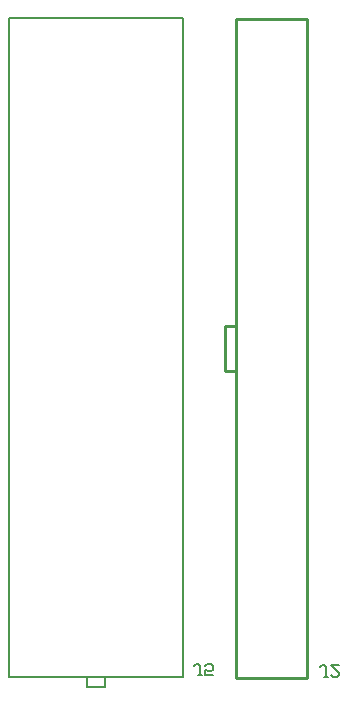
<source format=gbr>
G04 Layer_Color=32896*
%FSLAX43Y43*%
%MOMM*%
%TF.FileFunction,Legend,Bot*%
%TF.Part,Single*%
G01*
G75*
%TA.AperFunction,NonConductor*%
%ADD41C,0.254*%
%ADD42C,0.200*%
%ADD43C,0.127*%
D41*
X20531Y27213D02*
X21481D01*
X20531D02*
Y31013D01*
X21481D01*
X27531Y1213D02*
Y56953D01*
X21531Y1213D02*
X27531D01*
X21531D02*
Y56953D01*
X27531D01*
D42*
X16993Y1321D02*
Y57099D01*
X2311Y1321D02*
Y57099D01*
Y1321D02*
X16993D01*
X2311Y57099D02*
X16993D01*
X8890Y432D02*
Y1321D01*
X10414Y432D02*
Y1321D01*
X8890Y432D02*
X10414D01*
D43*
X29241Y1286D02*
X28908D01*
X29075D01*
Y2119D01*
X28908Y2286D01*
X28742D01*
X28575Y2119D01*
X30241Y2286D02*
X29575D01*
X30241Y1620D01*
Y1453D01*
X30075Y1286D01*
X29741D01*
X29575Y1453D01*
X18573Y1413D02*
X18240D01*
X18407D01*
Y2246D01*
X18240Y2413D01*
X18074D01*
X17907Y2246D01*
X19573Y1413D02*
X18907D01*
Y1913D01*
X19240Y1747D01*
X19407D01*
X19573Y1913D01*
Y2246D01*
X19407Y2413D01*
X19073D01*
X18907Y2246D01*
%TF.MD5,4e4c9837f9c878ee54b42e48cbb2a48c*%
M02*

</source>
